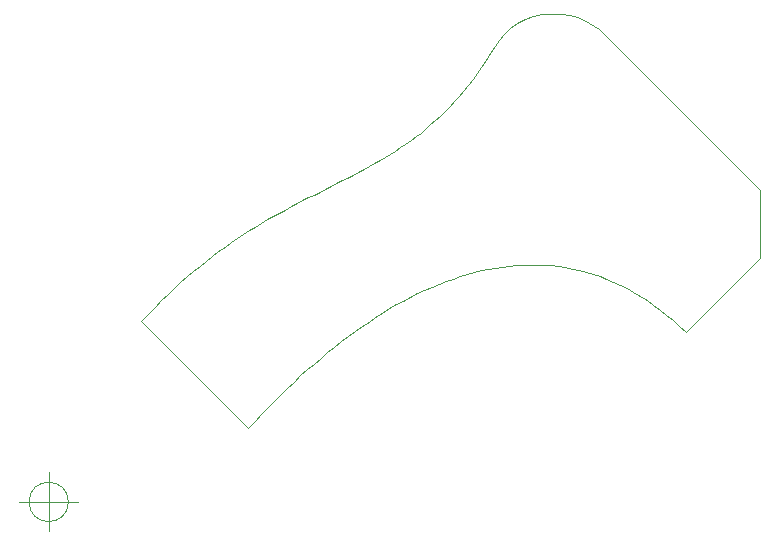
<source format=gbr>
G04 #@! TF.FileFunction,Profile,NP*
%FSLAX46Y46*%
G04 Gerber Fmt 4.6, Leading zero omitted, Abs format (unit mm)*
G04 Created by KiCad (PCBNEW 4.0.5-e0-6337~49~ubuntu14.04.1) date Tue May 16 18:33:42 2017*
%MOMM*%
%LPD*%
G01*
G04 APERTURE LIST*
%ADD10C,0.100000*%
G04 APERTURE END LIST*
D10*
X85666666Y-105000000D02*
G75*
G03X85666666Y-105000000I-1666666J0D01*
G01*
X81500000Y-105000000D02*
X86500000Y-105000000D01*
X84000000Y-102500000D02*
X84000000Y-107500000D01*
X119890111Y-69200856D02*
X119507271Y-69697256D01*
X131796649Y-86368329D02*
X132369509Y-86634862D01*
X111084117Y-89735327D02*
X111671328Y-89350374D01*
X94064946Y-87407454D02*
X93516374Y-87948189D01*
X94611077Y-86887573D02*
X94064946Y-87407454D01*
X106454549Y-93286397D02*
X107025567Y-92799214D01*
X102495799Y-81087169D02*
X101988815Y-81383316D01*
X119120844Y-70174412D02*
X118730849Y-70633066D01*
X112023432Y-76061283D02*
X111576081Y-76319028D01*
X117940254Y-71497840D02*
X117539694Y-71905445D01*
X113780587Y-74964101D02*
X113346179Y-75249812D01*
X106930991Y-78736605D02*
X106449791Y-78978713D01*
X103085609Y-96442717D02*
X103639727Y-95890258D01*
X135194822Y-88325447D02*
X135751293Y-88737048D01*
X97835438Y-84164690D02*
X97304391Y-84575027D01*
X130567531Y-64952003D02*
X130212284Y-64679108D01*
X121195676Y-85279674D02*
X121793237Y-85169632D01*
X144197564Y-78558803D02*
X130855508Y-65215892D01*
X110671847Y-76819859D02*
X110215011Y-77064427D01*
X130855508Y-65215892D02*
X130567531Y-64952003D01*
X121793237Y-85169632D02*
X122390388Y-85078206D01*
X122572794Y-65342556D02*
X122123637Y-65853110D01*
X128103898Y-63784557D02*
X127401277Y-63681938D01*
X122390388Y-85078206D02*
X122987014Y-85005664D01*
X117608045Y-86315618D02*
X118205687Y-86099591D01*
X110498537Y-90134009D02*
X111084117Y-89735327D01*
X123681143Y-64480621D02*
X123093285Y-64881930D01*
X127139243Y-85049459D02*
X127727608Y-85137769D01*
X113441590Y-88280596D02*
X114034180Y-87953269D01*
X117010784Y-86548358D02*
X117608045Y-86315618D01*
X120644951Y-68147354D02*
X120269347Y-68684471D01*
X134072943Y-87576545D02*
X134635333Y-87938704D01*
X96770780Y-85001764D02*
X96234620Y-85445646D01*
X116728152Y-72674805D02*
X116317217Y-73038045D01*
X107884454Y-78258524D02*
X107409220Y-78496790D01*
X104757149Y-94816211D02*
X105320228Y-94295169D01*
X124772623Y-84904070D02*
X125366026Y-84909771D01*
X104988583Y-79726209D02*
X104495713Y-79984908D01*
X125366026Y-84909771D02*
X125958340Y-84935735D01*
X118337313Y-71073962D02*
X117940254Y-71497840D01*
X114639513Y-74365392D02*
X114211704Y-74669543D01*
X125043110Y-63893534D02*
X124332407Y-64148028D01*
X103639727Y-95890258D02*
X104196947Y-95347999D01*
X92411993Y-89095202D02*
X91856227Y-89702965D01*
X108825865Y-77783665D02*
X108356676Y-78021062D01*
X93516374Y-87948189D02*
X92965383Y-88510525D01*
X119401669Y-85718769D02*
X119999780Y-85554513D01*
X101479076Y-81689180D02*
X100966597Y-82005504D01*
X109291998Y-77545588D02*
X108825865Y-77783665D01*
X121385189Y-67007963D02*
X121016906Y-67588765D01*
X118803600Y-85900551D02*
X119401669Y-85718769D01*
X123093285Y-64881930D02*
X122572794Y-65342556D01*
X119999780Y-85554513D02*
X120597820Y-85408059D01*
X100902392Y-98749130D02*
X101442980Y-98158583D01*
X117135653Y-72297519D02*
X116728152Y-72674805D01*
X109914695Y-90546149D02*
X110498537Y-90134009D01*
X108752691Y-91409718D02*
X109332708Y-90971475D01*
X130212284Y-64679108D02*
X129789030Y-64411564D01*
X95154750Y-86387808D02*
X94611077Y-86887573D01*
X122987014Y-85005664D02*
X123583006Y-84952279D01*
X130644042Y-85904672D02*
X131221457Y-86125022D01*
X114627829Y-87641030D02*
X115222429Y-87344149D01*
X132369509Y-86634862D02*
X132939920Y-86924896D01*
X122123637Y-65853110D02*
X121749780Y-66404203D01*
X119507271Y-69697256D02*
X119120844Y-70174412D01*
X128735573Y-63949933D02*
X128103898Y-63784557D01*
X107025567Y-92799214D02*
X107599006Y-92323856D01*
X129482999Y-85531757D02*
X130064518Y-85707006D01*
X120269347Y-68684471D02*
X119890111Y-69200856D01*
X115222429Y-87344149D02*
X115817861Y-87062895D01*
X114034180Y-87953269D02*
X114627829Y-87641030D01*
X100451406Y-82333031D02*
X99933517Y-82672502D01*
X108356676Y-78021062D02*
X107884454Y-78258524D01*
X123583006Y-84952279D02*
X124178246Y-84918322D01*
X118730849Y-70633066D02*
X118337313Y-71073962D01*
X125958340Y-84935735D02*
X126549449Y-84982203D01*
X115485113Y-73725355D02*
X115063989Y-74050912D01*
X105965642Y-79223854D02*
X105478566Y-79472771D01*
X113346179Y-75249812D02*
X112908503Y-75527417D01*
X117539694Y-71905445D02*
X117135653Y-72297519D01*
X98363893Y-83770013D02*
X97835438Y-84164690D01*
X135751293Y-88737048D02*
X136304641Y-89173776D01*
X114211704Y-74669543D02*
X113780587Y-74964101D01*
X105886066Y-93785140D02*
X106454549Y-93286397D01*
X95695936Y-85907412D02*
X95154750Y-86387808D01*
X124178246Y-84918322D02*
X124772623Y-84904070D01*
X103501399Y-80521060D02*
X103000000Y-80800000D01*
X126549449Y-84982203D02*
X127139243Y-85049459D01*
X104495713Y-79984908D02*
X103999978Y-80249610D01*
X116414019Y-86797541D02*
X117010784Y-86548358D01*
X99933517Y-82672502D02*
X99412955Y-83024662D01*
X112908503Y-75527417D02*
X112467582Y-75797659D01*
X110215011Y-77064427D02*
X109755054Y-77306091D01*
X107409220Y-78496790D02*
X106930991Y-78736605D01*
X101988815Y-81383316D02*
X101479076Y-81689180D01*
X101442980Y-98158583D02*
X101987121Y-97577151D01*
X127727608Y-85137769D02*
X128314433Y-85247410D01*
X124332407Y-64148028D02*
X123681143Y-64480621D01*
X105478566Y-79472771D02*
X104988583Y-79726209D01*
X130064518Y-85707006D02*
X130644042Y-85904672D01*
X107599006Y-92323856D02*
X108174750Y-91860602D01*
X97304391Y-84575027D02*
X96770780Y-85001764D01*
X100966597Y-82005504D02*
X100451406Y-82333031D01*
X108174750Y-91860602D02*
X108752691Y-91409718D01*
X102534703Y-97005104D02*
X103085609Y-96442717D01*
X136854748Y-89635901D02*
X137401500Y-90123699D01*
X125809290Y-63726537D02*
X125043110Y-63893534D01*
X131221457Y-86125022D02*
X131796649Y-86368329D01*
X127401277Y-63681938D02*
X126626981Y-63656425D01*
X111125545Y-76571639D02*
X110671847Y-76819859D01*
X103999978Y-80249610D02*
X103501399Y-80521060D01*
X98889738Y-83390249D02*
X98363893Y-83770013D01*
X118205687Y-86099591D02*
X118803600Y-85900551D01*
X104196947Y-95347999D02*
X104757149Y-94816211D01*
X121749780Y-66404203D02*
X121385189Y-67007963D01*
X132939920Y-86924896D02*
X133507768Y-87238699D01*
X129789030Y-64411564D02*
X129297040Y-64163722D01*
X128899601Y-85378646D02*
X129482999Y-85531757D01*
X101987121Y-97577151D02*
X102534703Y-97005104D01*
X111671328Y-89350374D02*
X112260052Y-88979418D01*
X91856227Y-89702965D02*
X100902392Y-98749130D01*
X99412955Y-83024662D02*
X98889738Y-83390249D01*
X111576081Y-76319028D02*
X111125545Y-76571639D01*
X129297040Y-64163722D02*
X128735573Y-63949933D01*
X96234620Y-85445646D02*
X95695936Y-85907412D01*
X136304641Y-89173776D02*
X136854748Y-89635901D01*
X92965383Y-88510525D02*
X92411993Y-89095202D01*
X109332708Y-90971475D02*
X109914695Y-90546149D01*
X112850176Y-88622734D02*
X113441590Y-88280596D01*
X126626981Y-63656425D02*
X125809290Y-63726537D01*
X115902861Y-73387981D02*
X115485113Y-73725355D01*
X112467582Y-75797659D02*
X112023432Y-76061283D01*
X106449791Y-78978713D02*
X105965642Y-79223854D01*
X128314433Y-85247410D02*
X128899601Y-85378646D01*
X105320228Y-94295169D02*
X105886066Y-93785140D01*
X112260052Y-88979418D02*
X112850176Y-88622734D01*
X120597820Y-85408059D02*
X121195676Y-85279674D01*
X116317217Y-73038045D02*
X115902861Y-73387981D01*
X133507768Y-87238699D02*
X134072943Y-87576545D01*
X144197747Y-84388469D02*
X144197564Y-78558803D01*
X115063989Y-74050912D02*
X114639513Y-74365392D01*
X137944786Y-90637445D02*
X144197747Y-84388469D01*
X115817861Y-87062895D02*
X116414019Y-86797541D01*
X137401500Y-90123699D02*
X137944786Y-90637445D01*
X109755054Y-77306091D02*
X109291998Y-77545588D01*
X121016906Y-67588765D02*
X120644951Y-68147354D01*
X134635333Y-87938704D02*
X135194822Y-88325447D01*
X103000000Y-80800000D02*
X102495799Y-81087169D01*
M02*

</source>
